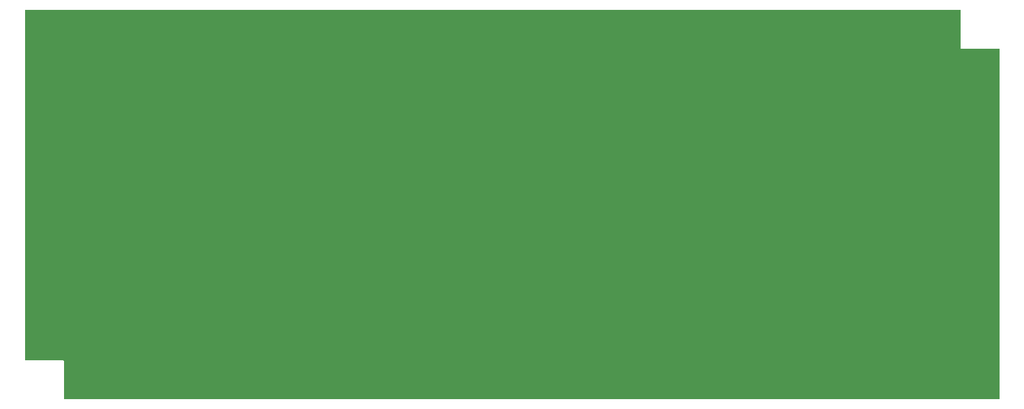
<source format=gbr>
G04 #@! TF.GenerationSoftware,KiCad,Pcbnew,(5.1.5-0)*
G04 #@! TF.CreationDate,2021-01-24T12:18:42-07:00*
G04 #@! TF.ProjectId,front_panel,66726f6e-745f-4706-916e-656c2e6b6963,rev?*
G04 #@! TF.SameCoordinates,Original*
G04 #@! TF.FileFunction,Soldermask,Bot*
G04 #@! TF.FilePolarity,Negative*
%FSLAX46Y46*%
G04 Gerber Fmt 4.6, Leading zero omitted, Abs format (unit mm)*
G04 Created by KiCad (PCBNEW (5.1.5-0)) date 2021-01-24 12:18:42*
%MOMM*%
%LPD*%
G04 APERTURE LIST*
%ADD10C,0.100000*%
G04 APERTURE END LIST*
D10*
G36*
X210000000Y-89875001D02*
G01*
X210002402Y-89899387D01*
X210009515Y-89922836D01*
X210021066Y-89944447D01*
X210036611Y-89963389D01*
X210055553Y-89978934D01*
X210077164Y-89990485D01*
X210100613Y-89997598D01*
X210124999Y-90000000D01*
X215000000Y-90000000D01*
X215000000Y-135000000D01*
X95000000Y-135000000D01*
X95000000Y-130124999D01*
X94997598Y-130100613D01*
X94990485Y-130077164D01*
X94978934Y-130055553D01*
X94963389Y-130036611D01*
X94944447Y-130021066D01*
X94922836Y-130009515D01*
X94899387Y-130002402D01*
X94875001Y-130000000D01*
X90000000Y-130000000D01*
X90000000Y-85000000D01*
X210000000Y-85000000D01*
X210000000Y-89875001D01*
G37*
M02*

</source>
